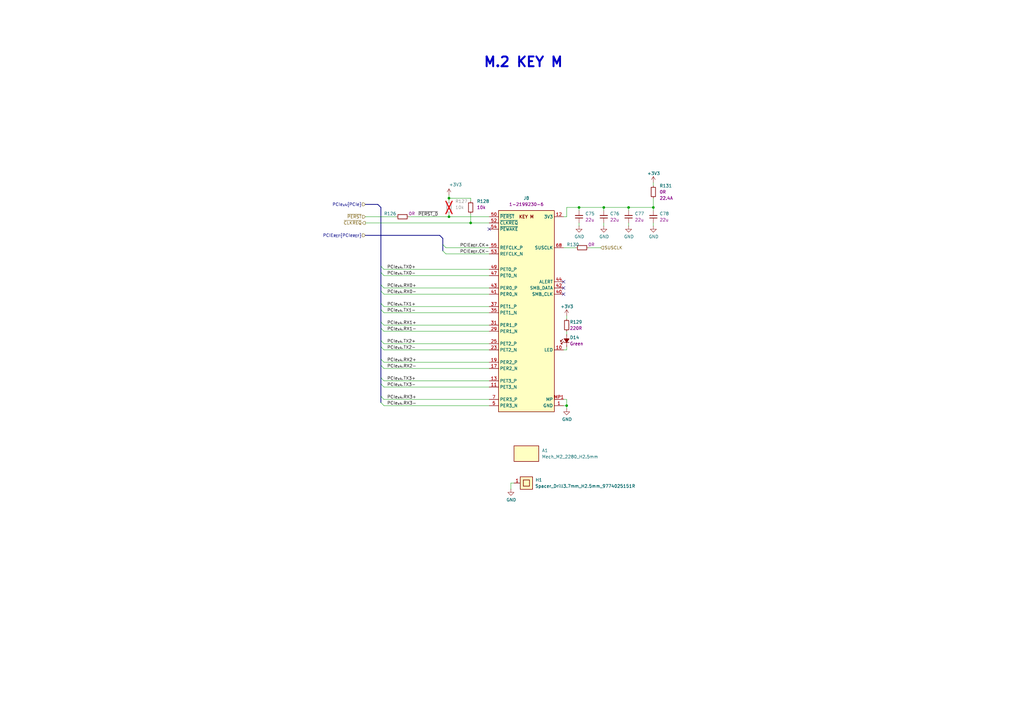
<source format=kicad_sch>
(kicad_sch (version 20230121) (generator eeschema)
  (paper "A3")
  (title_block (title "Com Express 7 baseboard") (date "2024-03-28") (rev "1.0.0") (company "Antmicro Ltd."))
  (lib_symbols
    (symbol "antmicroCapacitors0603:C_22u_16V_0603" (pin_numbers hide) (pin_names hide)
      (property "Reference" "C" (at 20.32 -5.08 0))
      (property "Val" "22u" (at 20.32 -7.62 0))
      (symbol "C_22u_16V_0603_0_1"
        (polyline (pts (xy 2.032 -1.524) (xy 2.032 1.524)) (stroke (width 0.3048)))
        (polyline (pts (xy 3.048 -1.524) (xy 3.048 1.524)) (stroke (width 0.3302)))
      )
      (symbol "C_22u_16V_0603_1_1"
        (pin passive line (at 0 0 0) (length 2.032) (name "~") (number "1"))
        (pin passive line (at 5.08 0 180) (length 2.032) (name "~") (number "2"))
      )
    )
    (symbol "antmicroLEDIndicationDiscrete:LED_G_0603_LTST-C190GKT" (pin_numbers hide) (pin_names hide)
      (property "Reference" "D" (at 22.86 -2.54 0))
      (property "Color" "Green" (at 22.86 -5.08 0))
      (symbol "LED_G_0603_LTST-C190GKT_0_1"
        (polyline (pts (xy 1.905 0) (xy 0.635 0)))
        (polyline (pts (xy 4.445 0) (xy 3.175 0)))
      )
      (symbol "LED_G_0603_LTST-C190GKT_1_1"
        (polyline (pts (xy 1.778 1.016) (xy 1.778 -1.016)) (stroke (width 0.254)))
        (polyline (pts (xy 3.302 1.016) (xy 3.302 -1.016) (xy 1.778 0) (xy 3.302 1.016)) (stroke (width 0.254)) (fill (type outline)))
        (polyline (pts (xy 1.143 2.286) (xy 1.143 1.778) (xy 1.143 2.286) (xy 1.651 2.286) (xy 1.143 2.286) (xy 2.159 1.27)) (stroke (width 0.254)))
        (polyline (pts (xy 2.159 2.54) (xy 2.159 2.032) (xy 2.159 2.54) (xy 2.667 2.54) (xy 2.159 2.54) (xy 3.048 1.651)) (stroke (width 0.254)))
        (pin passive line (at 0 0 0) (length 0.635) (name "C") (number "1"))
        (pin passive line (at 5.08 0 180) (length 0.635) (name "A") (number "2"))
      )
    )
    (symbol "antmicroMechanicalParts:Spacer_Drill3.7mm_H2.5mm_9774025151R"
      (property "Reference" "H" (at 22.86 -2.54 0))
      (property "Value" "Spacer_Drill3.7mm_H2.5mm_9774025151R" (at 22.86 -5.08 0))
      (symbol "Spacer_Drill3.7mm_H2.5mm_9774025151R_1_1"
        (rectangle (start 2.54 -2.54) (end 7.62 2.54) (stroke (width 0.254)) (fill (type background)))
        (rectangle (start 3.81 -1.27) (end 6.35 1.27) (stroke (width 0.254)) (fill (type background)))
        (pin passive line (at 0 0 0) (length 2.54) (name "~") (number "1"))
      )
    )
    (symbol "antmicroModules:Mech_M2_2280_H2.5mm" (in_bom no)
      (property "Reference" "A" (at 25.4 0 0))
      (property "Value" "Mech_M2_2280_H2.5mm" (at 25.4 -2.54 0))
      (symbol "Mech_M2_2280_H2.5mm_1_1"
        (rectangle (start 10.16 -6.35) (end 0 0) (stroke (width 0.254)) (fill (type background)))
      )
    )
    (symbol "antmicroPciConnectors:Bus_M.2_1-2199230-6"
      (property "Reference" "J" (at 45.72 -2.54 0))
      (property "MPN" "1-2199230-6" (at 45.72 -5.08 0))
      (symbol "Bus_M.2_1-2199230-6_0_0"
        (text "KEY M" (at 15.24 0 0) (effects (font (size 1.27 1.27) bold)))
      )
      (symbol "Bus_M.2_1-2199230-6_1_1"
        (rectangle (start 3.81 2.54) (end 26.67 -80.01) (stroke (width 0.254)) (fill (type background)))
        (pin power_in line (at 30.48 -77.47 180) (length 3.81) (name "GND") (number "1"))
        (pin passive line (at 30.48 -54.61 180) (length 3.81) (name "LED") (number "10"))
        (pin input line (at 0 -69.85 0) (length 3.81) (name "PET3_N") (number "11"))
        (pin passive line (at 30.48 0 180) (length 3.81) (name "3V3") (number "12"))
        (pin input line (at 0 -67.31 0) (length 3.81) (name "PET3_P") (number "13"))
        (pin passive line (at 30.48 0 180) (length 3.81) hide (name "3V3") (number "14"))
        (pin passive line (at 30.48 -77.47 180) (length 3.81) hide (name "GND") (number "15"))
        (pin passive line (at 30.48 0 180) (length 3.81) hide (name "3V3") (number "16"))
        (pin output line (at 0 -62.23 0) (length 3.81) (name "PER2_N") (number "17"))
        (pin passive line (at 30.48 0 180) (length 3.81) hide (name "3V3") (number "18"))
        (pin output line (at 0 -59.69 0) (length 3.81) (name "PER2_P") (number "19"))
        (pin passive line (at 30.48 0 180) (length 3.81) hide (name "3V3") (number "2"))
        (pin no_connect line (at 26.67 -44.45 180) (length 3.81) hide (name "NC") (number "20"))
        (pin passive line (at 30.48 -77.47 180) (length 3.81) hide (name "GND") (number "21"))
        (pin no_connect line (at 26.67 -45.72 180) (length 3.81) hide (name "NC") (number "22"))
        (pin input line (at 0 -54.61 0) (length 3.81) (name "PET2_N") (number "23"))
        (pin no_connect line (at 26.67 -46.99 180) (length 3.81) hide (name "NC") (number "24"))
        (pin input line (at 0 -52.07 0) (length 3.81) (name "PET2_P") (number "25"))
        (pin no_connect line (at 26.67 -59.69 180) (length 3.81) hide (name "NC") (number "26"))
        (pin passive line (at 30.48 -77.47 180) (length 3.81) hide (name "GND") (number "27"))
        (pin no_connect line (at 26.67 -60.96 180) (length 3.81) hide (name "NC") (number "28"))
        (pin output line (at 0 -46.99 0) (length 3.81) (name "PER1_N") (number "29"))
        (pin passive line (at 30.48 -77.47 180) (length 3.81) hide (name "GND") (number "3"))
        (pin no_connect line (at 26.67 -62.23 180) (length 3.81) hide (name "NC") (number "30"))
        (pin output line (at 0 -44.45 0) (length 3.81) (name "PER1_P") (number "31"))
        (pin no_connect line (at 26.67 -63.5 180) (length 3.81) hide (name "NC") (number "32"))
        (pin passive line (at 30.48 -77.47 180) (length 3.81) hide (name "GND") (number "33"))
        (pin no_connect line (at 26.67 -66.04 180) (length 3.81) hide (name "NC") (number "34"))
        (pin input line (at 0 -39.37 0) (length 3.81) (name "PET1_N") (number "35"))
        (pin no_connect line (at 26.67 -67.31 180) (length 3.81) hide (name "NC") (number "36"))
        (pin input line (at 0 -36.83 0) (length 3.81) (name "PET1_P") (number "37"))
        (pin no_connect line (at 26.67 -69.85 180) (length 3.81) hide (name "NC") (number "38"))
        (pin passive line (at 30.48 -77.47 180) (length 3.81) hide (name "GND") (number "39"))
        (pin passive line (at 30.48 0 180) (length 3.81) hide (name "3V3") (number "4"))
        (pin input line (at 30.48 -31.75 180) (length 3.81) (name "SMB_CLK") (number "40"))
        (pin output line (at 0 -31.75 0) (length 3.81) (name "PER0_N") (number "41"))
        (pin bidirectional line (at 30.48 -29.21 180) (length 3.81) (name "SMB_DATA") (number "42"))
        (pin output line (at 0 -29.21 0) (length 3.81) (name "PER0_P") (number "43"))
        (pin output line (at 30.48 -26.67 180) (length 3.81) (name "ALERT") (number "44"))
        (pin passive line (at 30.48 -77.47 180) (length 3.81) hide (name "GND") (number "45"))
        (pin no_connect line (at 26.67 -68.58 180) (length 3.81) hide (name "NC") (number "46"))
        (pin input line (at 0 -24.13 0) (length 3.81) (name "PET0_N") (number "47"))
        (pin no_connect line (at 26.67 -41.91 180) (length 3.81) hide (name "NC") (number "48"))
        (pin input line (at 0 -21.59 0) (length 3.81) (name "PET0_P") (number "49"))
        (pin output line (at 0 -77.47 0) (length 3.81) (name "PER3_N") (number "5"))
        (pin input line (at 0 0 0) (length 3.81) (name "~{PERST}") (number "50"))
        (pin passive line (at 30.48 -77.47 180) (length 3.81) hide (name "GND") (number "51"))
        (pin output line (at 0 -2.54 0) (length 3.81) (name "~{CLKREQ}") (number "52"))
        (pin input line (at 0 -15.24 0) (length 3.81) (name "REFCLK_N") (number "53"))
        (pin input line (at 0 -5.08 0) (length 3.81) (name "~{PEWAKE}") (number "54"))
        (pin input line (at 0 -12.7 0) (length 3.81) (name "REFCLK_P") (number "55"))
        (pin no_connect line (at 26.67 -43.18 180) (length 3.81) hide (name "NC") (number "56"))
        (pin passive line (at 30.48 -77.47 180) (length 3.81) hide (name "GND") (number "57"))
        (pin no_connect line (at 26.67 -71.12 180) (length 3.81) hide (name "NC") (number "58"))
        (pin no_connect line (at 26.67 -39.37 180) (length 3.81) hide (name "NC") (number "6"))
        (pin no_connect line (at 26.67 -40.64 180) (length 3.81) hide (name "NC") (number "67"))
        (pin input line (at 30.48 -12.7 180) (length 3.81) (name "SUSCLK") (number "68"))
        (pin no_connect line (at 26.67 -38.1 180) (length 3.81) hide (name "NC") (number "69"))
        (pin output line (at 0 -74.93 0) (length 3.81) (name "PER3_P") (number "7"))
        (pin passive line (at 30.48 0 180) (length 3.81) hide (name "3V3") (number "70"))
        (pin passive line (at 30.48 -77.47 180) (length 3.81) hide (name "GND") (number "71"))
        (pin passive line (at 30.48 0 180) (length 3.81) hide (name "3V3") (number "72"))
        (pin passive line (at 30.48 -77.47 180) (length 3.81) hide (name "GND") (number "73"))
        (pin passive line (at 30.48 0 180) (length 3.81) hide (name "3V3") (number "74"))
        (pin passive line (at 30.48 -77.47 180) (length 3.81) hide (name "GND") (number "75"))
        (pin no_connect line (at 26.67 -64.77 180) (length 3.81) hide (name "NC") (number "8"))
        (pin passive line (at 30.48 -77.47 180) (length 3.81) hide (name "GND") (number "9"))
        (pin passive line (at 30.48 -74.93 180) (length 3.81) (name "MP") (number "MP1"))
        (pin passive line (at 30.48 -74.93 180) (length 3.81) hide (name "MP") (number "MP2"))
      )
    )
    (symbol "antmicroResistors0402:R_0R_0402" (pin_numbers hide) (pin_names hide)
      (property "Reference" "R" (at 20.32 -5.08 0))
      (property "Val" "0R" (at 20.32 -7.62 0))
      (symbol "R_0R_0402_0_1"
        (rectangle (start 0.635 0.889) (end 4.445 -0.889) (stroke (width 0.254)))
      )
      (symbol "R_0R_0402_1_1"
        (pin passive line (at 0 0 0) (length 0.635) (name "~") (number "1"))
        (pin passive line (at 5.08 0 180) (length 0.635) (name "~") (number "2"))
      )
    )
    (symbol "antmicroResistors0402:R_10k_0402" (pin_numbers hide) (pin_names hide)
      (property "Reference" "R" (at 20.32 -5.08 0))
      (property "Val" "10k" (at 20.32 -7.62 0))
      (symbol "R_10k_0402_0_1"
        (rectangle (start 0.635 0.889) (end 4.445 -0.889) (stroke (width 0.254)))
      )
      (symbol "R_10k_0402_1_1"
        (pin passive line (at 0 0 0) (length 0.635) (name "~") (number "1"))
        (pin passive line (at 5.08 0 180) (length 0.635) (name "~") (number "2"))
      )
    )
    (symbol "antmicroResistors0402:R_220R_0402" (pin_numbers hide) (pin_names hide)
      (property "Reference" "R" (at 20.32 -5.08 0))
      (property "Val" "220R" (at 20.32 -7.62 0))
      (symbol "R_220R_0402_0_1"
        (rectangle (start 0.635 0.889) (end 4.445 -0.889) (stroke (width 0.254)))
      )
      (symbol "R_220R_0402_1_1"
        (pin passive line (at 0 0 0) (length 0.635) (name "~") (number "1"))
        (pin passive line (at 5.08 0 180) (length 0.635) (name "~") (number "2"))
      )
    )
    (symbol "antmicroResistors0603:R_0R_22.4A_0603" (pin_numbers hide) (pin_names hide)
      (property "Reference" "R" (at 15.24 -2.54 0))
      (property "Value" "R_0R_22.4A_0603" (at 15.24 -5.08 0))
      (property "Val" "0R" (at 15.24 -7.62 0))
      (property "Max. Curr." "22.4A" (at 15.24 -20.32 0))
      (symbol "R_0R_22.4A_0603_0_1"
        (rectangle (start 0.635 0.889) (end 4.445 -0.889) (stroke (width 0.254)))
      )
      (symbol "R_0R_22.4A_0603_1_1"
        (pin passive line (at 0 0 0) (length 0.635) (name "~") (number "1"))
        (pin passive line (at 5.08 0 180) (length 0.635) (name "~") (number "2"))
      )
    )
    (symbol "antmicropower:+3V3" (power) (pin_numbers hide) (pin_names hide)
      (property "Value" "+3V3" (at -3.175 2.54 0))
      (symbol "+3V3_0_1"
        (polyline (pts (xy 0 0) (xy 0 2.54)))
        (polyline (pts (xy 0 2.54) (xy -0.762 1.27)))
        (polyline (pts (xy 0 2.54) (xy 0.762 1.27)))
      )
      (symbol "+3V3_1_1"
        (pin power_in line (at 0 0 90) (length 0) hide (name "+3V3") (number "1"))
      )
    )
    (symbol "antmicropower:GND" (power) (pin_numbers hide) (pin_names hide)
      (property "Value" "GND" (at 8.89 -5.08 0))
      (symbol "GND_1_1"
        (polyline (pts (xy 0 0) (xy 0 -1.27) (xy 1.27 -1.27) (xy 0 -2.54) (xy -1.27 -1.27) (xy 0 -1.27)))
        (pin power_in line (at 0 0 270) (length 0) (name "GND") (number "1"))
      )
    )
  )
  (junction (at 193.04 91.44))
  (junction (at 184.15 81.28))
  (junction (at 232.41 166.37))
  (junction (at 267.97 85.09))
  (junction (at 257.81 85.09))
  (junction (at 247.65 85.09))
  (junction (at 184.15 88.9))
  (junction (at 237.49 85.09))
  (no_connect (at 231.14 115.57))
  (no_connect (at 231.14 120.65))
  (no_connect (at 231.14 118.11))
  (no_connect (at 200.66 93.98))
  (bus_entry (at 156.21 162.56) (size 1.27 1.27))
  (bus_entry (at 156.21 132.08) (size 1.27 1.27))
  (bus_entry (at 156.21 109.22) (size 1.27 1.27))
  (bus_entry (at 156.21 157.48) (size 1.27 1.27))
  (bus_entry (at 156.21 111.76) (size 1.27 1.27))
  (bus_entry (at 156.21 139.7) (size 1.27 1.27))
  (bus_entry (at 156.21 124.46) (size 1.27 1.27))
  (bus_entry (at 156.21 149.86) (size 1.27 1.27))
  (bus_entry (at 182.88 101.6) (size -1.27 -1.27))
  (bus_entry (at 156.21 119.38) (size 1.27 1.27))
  (bus_entry (at 156.21 165.1) (size 1.27 1.27))
  (bus_entry (at 156.21 154.94) (size 1.27 1.27))
  (bus_entry (at 156.21 127) (size 1.27 1.27))
  (bus_entry (at 156.21 142.24) (size 1.27 1.27))
  (bus_entry (at 156.21 116.84) (size 1.27 1.27))
  (bus_entry (at 156.21 147.32) (size 1.27 1.27))
  (bus_entry (at 182.88 104.14) (size -1.27 -1.27))
  (bus_entry (at 156.21 134.62) (size 1.27 1.27))
  (wire (pts (xy 241.3 101.6) (xy 246.38 101.6)))
  (wire (pts (xy 200.66 135.89) (xy 157.48 135.89)))
  (bus (pts (xy 156.21 85.09) (xy 154.94 83.82)))
  (wire (pts (xy 200.66 151.13) (xy 157.48 151.13)))
  (wire (pts (xy 247.65 92.71) (xy 247.65 91.44)))
  (wire (pts (xy 193.04 91.44) (xy 200.66 91.44)))
  (bus (pts (xy 181.61 100.33) (xy 181.61 97.79)))
  (wire (pts (xy 200.66 118.11) (xy 157.48 118.11)))
  (wire (pts (xy 232.41 88.9) (xy 232.41 85.09)))
  (bus (pts (xy 156.21 132.08) (xy 156.21 134.62)))
  (wire (pts (xy 157.48 140.97) (xy 200.66 140.97)))
  (wire (pts (xy 200.66 104.14) (xy 182.88 104.14)))
  (bus (pts (xy 180.34 96.52) (xy 149.86 96.52)))
  (wire (pts (xy 247.65 85.09) (xy 237.49 85.09)))
  (wire (pts (xy 200.66 101.6) (xy 182.88 101.6)))
  (wire (pts (xy 200.66 120.65) (xy 157.48 120.65)))
  (bus (pts (xy 156.21 119.38) (xy 156.21 124.46)))
  (wire (pts (xy 209.55 198.12) (xy 209.55 200.66)))
  (wire (pts (xy 157.48 125.73) (xy 200.66 125.73)))
  (wire (pts (xy 157.48 113.03) (xy 200.66 113.03)))
  (wire (pts (xy 267.97 85.09) (xy 267.97 86.36)))
  (wire (pts (xy 267.97 81.28) (xy 267.97 85.09)))
  (wire (pts (xy 267.97 92.71) (xy 267.97 91.44)))
  (wire (pts (xy 157.48 128.27) (xy 200.66 128.27)))
  (wire (pts (xy 232.41 166.37) (xy 232.41 163.83)))
  (bus (pts (xy 156.21 124.46) (xy 156.21 127)))
  (wire (pts (xy 193.04 81.28) (xy 184.15 81.28)))
  (bus (pts (xy 156.21 147.32) (xy 156.21 149.86)))
  (bus (pts (xy 156.21 139.7) (xy 156.21 142.24)))
  (wire (pts (xy 157.48 143.51) (xy 200.66 143.51)))
  (wire (pts (xy 184.15 81.28) (xy 184.15 82.55)))
  (wire (pts (xy 200.66 148.59) (xy 157.48 148.59)))
  (wire (pts (xy 231.14 166.37) (xy 232.41 166.37)))
  (wire (pts (xy 257.81 85.09) (xy 247.65 85.09)))
  (wire (pts (xy 237.49 85.09) (xy 237.49 86.36)))
  (wire (pts (xy 257.81 85.09) (xy 257.81 86.36)))
  (bus (pts (xy 156.21 157.48) (xy 156.21 162.56)))
  (wire (pts (xy 232.41 167.64) (xy 232.41 166.37)))
  (wire (pts (xy 184.15 80.01) (xy 184.15 81.28)))
  (wire (pts (xy 209.55 198.12) (xy 210.82 198.12)))
  (wire (pts (xy 267.97 85.09) (xy 257.81 85.09)))
  (wire (pts (xy 157.48 110.49) (xy 200.66 110.49)))
  (bus (pts (xy 156.21 109.22) (xy 156.21 111.76)))
  (bus (pts (xy 156.21 154.94) (xy 156.21 157.48)))
  (wire (pts (xy 237.49 92.71) (xy 237.49 91.44)))
  (wire (pts (xy 149.86 91.44) (xy 193.04 91.44)))
  (bus (pts (xy 156.21 134.62) (xy 156.21 139.7)))
  (wire (pts (xy 247.65 85.09) (xy 247.65 86.36)))
  (bus (pts (xy 149.86 83.82) (xy 154.94 83.82)))
  (wire (pts (xy 231.14 88.9) (xy 232.41 88.9)))
  (wire (pts (xy 257.81 92.71) (xy 257.81 91.44)))
  (wire (pts (xy 267.97 74.93) (xy 267.97 76.2)))
  (wire (pts (xy 184.15 88.9) (xy 200.66 88.9)))
  (wire (pts (xy 200.66 133.35) (xy 157.48 133.35)))
  (wire (pts (xy 232.41 129.54) (xy 232.41 130.81)))
  (wire (pts (xy 149.86 88.9) (xy 162.56 88.9)))
  (wire (pts (xy 157.48 156.21) (xy 200.66 156.21)))
  (wire (pts (xy 157.48 158.75) (xy 200.66 158.75)))
  (bus (pts (xy 156.21 149.86) (xy 156.21 154.94)))
  (bus (pts (xy 156.21 127) (xy 156.21 132.08)))
  (wire (pts (xy 184.15 87.63) (xy 184.15 88.9)))
  (wire (pts (xy 193.04 87.63) (xy 193.04 91.44)))
  (wire (pts (xy 232.41 85.09) (xy 237.49 85.09)))
  (wire (pts (xy 193.04 81.28) (xy 193.04 82.55)))
  (bus (pts (xy 156.21 85.09) (xy 156.21 109.22)))
  (wire (pts (xy 200.66 166.37) (xy 157.48 166.37)))
  (bus (pts (xy 156.21 111.76) (xy 156.21 116.84)))
  (wire (pts (xy 231.14 143.51) (xy 232.41 143.51)))
  (wire (pts (xy 232.41 135.89) (xy 232.41 137.16)))
  (wire (pts (xy 231.14 101.6) (xy 236.22 101.6)))
  (bus (pts (xy 156.21 162.56) (xy 156.21 165.1)))
  (wire (pts (xy 232.41 142.24) (xy 232.41 143.51)))
  (wire (pts (xy 232.41 163.83) (xy 231.14 163.83)))
  (bus (pts (xy 181.61 97.79) (xy 180.34 96.52)))
  (bus (pts (xy 181.61 102.87) (xy 181.61 100.33)))
  (wire (pts (xy 200.66 163.83) (xy 157.48 163.83)))
  (wire (pts (xy 167.64 88.9) (xy 184.15 88.9)))
  (bus (pts (xy 156.21 116.84) (xy 156.21 119.38)))
  (bus (pts (xy 156.21 142.24) (xy 156.21 147.32)))
  (text "M.2 KEY M" (at 198.12 27.94 0) (effects (font (size 4 4) (thickness 0.8) bold) (justify left bottom)))
  (label "PCIe_{x4}.TX2-" (at 158.75 143.51 0))
  (label "PCIe_{x4}.TX1-" (at 158.75 128.27 0))
  (label "PCIe_{x4}.TX1+" (at 158.75 125.73 0))
  (label "PCIe_{x4}.RX2+" (at 158.75 148.59 0))
  (label "PCIe_{x4}.TX2+" (at 158.75 140.97 0))
  (label "PCIe_{x4}.RX1-" (at 158.75 135.89 0))
  (label "PCIe_{x4}.RX0+" (at 158.75 118.11 0))
  (label "PCIe_{x4}.RX0-" (at 158.75 120.65 0))
  (label "PCIE_{REF}.CK+" (at 200.66 101.6 180))
  (label "PCIe_{x4}.TX0-" (at 158.75 113.03 0))
  (label "PCIe_{x4}.RX3-" (at 158.75 166.37 0))
  (label "PCIe_{x4}.TX3+" (at 158.75 156.21 0))
  (label "PCIe_{x4}.RX2-" (at 158.75 151.13 0))
  (label "PCIe_{x4}.TX0+" (at 158.75 110.49 0))
  (label "~{PERST_D}" (at 171.45 88.9 0))
  (label "PCIe_{x4}.TX3-" (at 158.75 158.75 0))
  (label "PCIE_{REF}.CK-" (at 200.66 104.14 180))
  (label "PCIe_{x4}.RX1+" (at 158.75 133.35 0))
  (label "PCIe_{x4}.RX3+" (at 158.75 163.83 0))
  (hierarchical_label "~{PERST}" (shape input) (at 149.86 88.9 180))
  (hierarchical_label "SUSCLK" (shape input) (at 246.38 101.6 0))
  (hierarchical_label "PCIE_{REF}{PCIe_{REF}}" (shape input) (at 149.86 96.52 180))
  (hierarchical_label "PCIe_{x4}{PCIe}" (shape input) (at 149.86 83.82 180))
  (hierarchical_label "~{CLKREQ}" (shape output) (at 149.86 91.44 180))
  (symbol (lib_id "antmicroResistors0402:R_0R_0402") (at 162.56 88.9 0) (unit 1)
    (property "Reference" "R126" (at 160.02 87.63 0))
    (property "Value" "R_0R_0402" (effects hide))
    (property "Footprint" "antmicro-footprints:R_0402_1005Metric" (effects hide))
    (property "Datasheet" "https://industrial.panasonic.com/cdbs/www-data/pdf/RDA0000/AOA0000C301.pdf" (effects hide))
    (property "MPN" "ERJ2GE0R00X" (effects hide))
    (property "Manufacturer" "Panasonic" (effects hide))
    (property "License" "Apache-2.0" (effects hide))
    (property "Author" "Antmicro" (effects hide))
    (property "Val" "0R" (at 168.91 87.63 0))
    (property "Current" "1A" (effects hide))
    (property "Public" "False" (effects hide))
  )
  (symbol (lib_id "antmicropower:+3V3") (at 232.41 129.54 0) (unit 1)
    (property "Reference" "#PWR0167" (effects hide))
    (property "Value" "+3V3" (at 229.87 125.73 0) (effects (justify left)))
    (property "Author" "Antmicro" (effects hide))
    (property "License" "Apache-2.0" (effects hide))
  )
  (symbol (lib_id "antmicroCapacitors0603:C_22u_16V_0603") (at 267.97 91.44 90) (unit 1)
    (property "Reference" "C78" (at 270.51 87.6235 90) (effects (justify right)))
    (property "Value" "C_22u_16V_0603" (effects hide))
    (property "Footprint" "antmicro-footprints:C_0603_1608Metric" (effects hide))
    (property "Datasheet" "https://product.samsungsem.com/mlcc/CL10A226MO7JZN.do" (effects hide))
    (property "MPN" "CL10A226MO7JZNC" (effects hide))
    (property "Manufacturer" "Samsung Electro-Mechanics" (effects hide))
    (property "License" "Apache-2.0" (effects hide))
    (property "Author" "Antmicro" (effects hide))
    (property "Val" "22u" (at 270.51 90.1635 90) (effects (justify right)))
    (property "Voltage" "16V" (effects hide))
    (property "Public" "False" (effects hide))
  )
  (symbol (lib_id "antmicropower:GND") (at 209.55 200.66 0) (unit 1)
    (property "Reference" "#PWR0157" (effects hide))
    (property "Value" "GND" (at 207.645 205.74 0) (effects (justify left bottom)))
    (property "Author" "Antmicro" (effects hide))
    (property "License" "Apache-2.0" (effects hide))
  )
  (symbol (lib_id "antmicroCapacitors0603:C_22u_16V_0603") (at 257.81 91.44 90) (unit 1)
    (property "Reference" "C77" (at 260.35 87.6235 90) (effects (justify right)))
    (property "Value" "C_22u_16V_0603" (effects hide))
    (property "Footprint" "antmicro-footprints:C_0603_1608Metric" (effects hide))
    (property "Datasheet" "https://product.samsungsem.com/mlcc/CL10A226MO7JZN.do" (effects hide))
    (property "MPN" "CL10A226MO7JZNC" (effects hide))
    (property "Manufacturer" "Samsung Electro-Mechanics" (effects hide))
    (property "License" "Apache-2.0" (effects hide))
    (property "Author" "Antmicro" (effects hide))
    (property "Val" "22u" (at 260.35 90.1635 90) (effects (justify right)))
    (property "Voltage" "16V" (effects hide))
    (property "Public" "False" (effects hide))
  )
  (symbol (lib_id "antmicroResistors0402:R_10k_0402") (at 193.04 87.63 90) (unit 1)
    (property "Reference" "R128" (at 195.58 82.55 90) (effects (justify right)))
    (property "Value" "R_10k_0402" (effects hide))
    (property "Footprint" "antmicro-footprints:R_0402_1005Metric" (effects hide))
    (property "Datasheet" "https://www.bourns.com/docs/product-datasheets/cr.pdf" (effects hide))
    (property "MPN" "CR0402-FX-1002GLF" (effects hide))
    (property "Manufacturer" "Bourns" (effects hide))
    (property "License" "Apache-2.0" (effects hide))
    (property "Author" "Antmicro" (effects hide))
    (property "Val" "10k" (at 195.58 85.09 90) (effects (justify right)))
    (property "Tolerance" "1%" (effects hide))
    (property "Public" "False" (effects hide))
  )
  (symbol (lib_id "antmicropower:+3V3") (at 267.97 74.93 0) (unit 1)
    (property "Reference" "#PWR0172" (effects hide))
    (property "Value" "+3V3" (at 265.43 71.12 0) (effects (justify left)))
    (property "Author" "Antmicro" (effects hide))
    (property "License" "Apache-2.0" (effects hide))
  )
  (symbol (lib_id "antmicropower:GND") (at 267.97 92.71 0) (unit 1)
    (property "Reference" "#PWR0173" (effects hide))
    (property "Value" "GND" (at 266.065 97.79 0) (effects (justify left bottom)))
    (property "Author" "Antmicro" (effects hide))
    (property "License" "Apache-2.0" (effects hide))
  )
  (symbol (lib_id "antmicroMechanicalParts:Spacer_Drill3.7mm_H2.5mm_9774025151R") (at 210.82 198.12 0) (mirror x) (unit 1)
    (property "Reference" "H1" (at 220.98 196.85 0))
    (property "Value" "Spacer_Drill3.7mm_H2.5mm_9774025151R" (at 240.03 199.39 0))
    (property "Footprint" "antmicro-footprints:Spacer_Drill3.7mm_H2.5mm_9774025151R" (effects hide))
    (property "Datasheet" "https://www.we-online.com/components/products/datasheet/9774025151R.pdf" (effects hide))
    (property "Manufacturer" "Würth Elektronik" (effects hide))
    (property "MPN" "9774025151R" (effects hide))
    (property "Author" "Antmicro" (effects hide))
    (property "License" "Apache-2.0" (effects hide))
    (property "Public" "False" (effects hide))
  )
  (symbol (lib_id "antmicroResistors0402:R_0R_0402") (at 236.22 101.6 0) (unit 1)
    (property "Reference" "R130" (at 234.95 100.33 0))
    (property "Value" "R_0R_0402" (effects hide))
    (property "Footprint" "antmicro-footprints:R_0402_1005Metric" (effects hide))
    (property "Datasheet" "https://industrial.panasonic.com/cdbs/www-data/pdf/RDA0000/AOA0000C301.pdf" (effects hide))
    (property "MPN" "ERJ2GE0R00X" (effects hide))
    (property "Manufacturer" "Panasonic" (effects hide))
    (property "License" "Apache-2.0" (effects hide))
    (property "Author" "Antmicro" (effects hide))
    (property "Val" "0R" (at 242.57 100.33 0))
    (property "Current" "1A" (effects hide))
    (property "Public" "False" (effects hide))
  )
  (symbol (lib_id "antmicroResistors0402:R_220R_0402") (at 232.41 135.89 90) (unit 1)
    (property "Reference" "R129" (at 233.68 132.08 90) (effects (justify right)))
    (property "Value" "R_220R_0402" (effects hide))
    (property "Footprint" "antmicro-footprints:R_0402_1005Metric" (effects hide))
    (property "Datasheet" "https://www.bourns.com/docs/product-datasheets/cr.pdf" (effects hide))
    (property "MPN" "CR0402-FX-2200GLF" (effects hide))
    (property "Manufacturer" "Bourns" (effects hide))
    (property "License" "Apache-2.0" (effects hide))
    (property "Author" "Antmicro" (effects hide))
    (property "Val" "220R" (at 233.68 134.62 90) (effects (justify right)))
    (property "Tolerance" "1%" (effects hide))
    (property "Public" "False" (effects hide))
  )
  (symbol (lib_id "antmicroResistors0402:R_10k_0402") (at 184.15 87.63 90) (unit 1) (dnp yes)
    (property "Reference" "R127" (at 186.69 82.55 90) (effects (justify right)))
    (property "Value" "R_10k_0402" (effects hide))
    (property "Footprint" "antmicro-footprints:R_0402_1005Metric" (effects hide))
    (property "Datasheet" "https://www.bourns.com/docs/product-datasheets/cr.pdf" (effects hide))
    (property "MPN" "CR0402-FX-1002GLF" (effects hide))
    (property "Manufacturer" "Bourns" (effects hide))
    (property "License" "Apache-2.0" (effects hide))
    (property "Author" "Antmicro" (effects hide))
    (property "Val" "10k" (at 186.69 85.09 90) (effects (justify right)))
    (property "Tolerance" "1%" (effects hide))
    (property "Public" "False" (effects hide))
  )
  (symbol (lib_id "antmicropower:GND") (at 237.49 92.71 0) (unit 1)
    (property "Reference" "#PWR0169" (effects hide))
    (property "Value" "GND" (at 235.585 97.79 0) (effects (justify left bottom)))
    (property "Author" "Antmicro" (effects hide))
    (property "License" "Apache-2.0" (effects hide))
  )
  (symbol (lib_id "antmicropower:+3V3") (at 184.15 80.01 0) (unit 1)
    (property "Reference" "#PWR0165" (effects hide))
    (property "Value" "+3V3" (at 184.15 76.454 0) (effects (justify left bottom)))
    (property "Author" "Antmicro" (effects hide))
    (property "License" "Apache-2.0" (effects hide))
  )
  (symbol (lib_id "antmicroCapacitors0603:C_22u_16V_0603") (at 247.65 91.44 90) (unit 1)
    (property "Reference" "C76" (at 250.19 87.6235 90) (effects (justify right)))
    (property "Value" "C_22u_16V_0603" (effects hide))
    (property "Footprint" "antmicro-footprints:C_0603_1608Metric" (effects hide))
    (property "Datasheet" "https://product.samsungsem.com/mlcc/CL10A226MO7JZN.do" (effects hide))
    (property "MPN" "CL10A226MO7JZNC" (effects hide))
    (property "Manufacturer" "Samsung Electro-Mechanics" (effects hide))
    (property "License" "Apache-2.0" (effects hide))
    (property "Author" "Antmicro" (effects hide))
    (property "Val" "22u" (at 250.19 90.1635 90) (effects (justify right)))
    (property "Voltage" "16V" (effects hide))
    (property "Public" "False" (effects hide))
  )
  (symbol (lib_id "antmicroLEDIndicationDiscrete:LED_G_0603_LTST-C190GKT") (at 232.41 142.24 90) (unit 1)
    (property "Reference" "D14" (at 233.68 138.43 90) (effects (justify right)))
    (property "Value" "LED_G_0603_LTST-C190GKT" (effects hide))
    (property "Footprint" "antmicro-footprints:LED_0603_1608Metric_G" (effects hide))
    (property "Datasheet" "https://media.digikey.com/pdf/Data%20Sheets/Lite-On%20PDFs/LTST-C190GKT.pdf" (effects hide))
    (property "MPN" "LTST-C190GKT" (effects hide))
    (property "Manufacturer" "Lite-On" (effects hide))
    (property "Author" "Antmicro" (effects hide))
    (property "License" "Apache-2.0" (effects hide))
    (property "Public" "False" (effects hide))
    (property "Color" "Green" (at 233.68 140.97 90) (effects (justify right)))
  )
  (symbol (lib_id "antmicroCapacitors0603:C_22u_16V_0603") (at 237.49 91.44 90) (unit 1)
    (property "Reference" "C75" (at 240.03 87.6235 90) (effects (justify right)))
    (property "Value" "C_22u_16V_0603" (effects hide))
    (property "Footprint" "antmicro-footprints:C_0603_1608Metric" (effects hide))
    (property "Datasheet" "https://product.samsungsem.com/mlcc/CL10A226MO7JZN.do" (effects hide))
    (property "MPN" "CL10A226MO7JZNC" (effects hide))
    (property "Manufacturer" "Samsung Electro-Mechanics" (effects hide))
    (property "License" "Apache-2.0" (effects hide))
    (property "Author" "Antmicro" (effects hide))
    (property "Val" "22u" (at 240.03 90.1635 90) (effects (justify right)))
    (property "Voltage" "16V" (effects hide))
    (property "Public" "False" (effects hide))
  )
  (symbol (lib_id "antmicropower:GND") (at 247.65 92.71 0) (unit 1)
    (property "Reference" "#PWR0170" (effects hide))
    (property "Value" "GND" (at 245.745 97.79 0) (effects (justify left bottom)))
    (property "Author" "Antmicro" (effects hide))
    (property "License" "Apache-2.0" (effects hide))
  )
  (symbol (lib_id "antmicropower:GND") (at 257.81 92.71 0) (unit 1)
    (property "Reference" "#PWR0171" (effects hide))
    (property "Value" "GND" (at 255.905 97.79 0) (effects (justify left bottom)))
    (property "Author" "Antmicro" (effects hide))
    (property "License" "Apache-2.0" (effects hide))
  )
  (symbol (lib_id "antmicroResistors0603:R_0R_22.4A_0603") (at 267.97 81.28 90) (unit 1)
    (property "Reference" "R131" (at 270.51 76.2 90) (effects (justify right)))
    (property "Value" "R_0R_22.4A_0603" (effects hide))
    (property "Footprint" "antmicro-footprints:R_0603_1608Metric" (effects hide))
    (property "Datasheet" "https://fscdn.rohm.com/en/products/databook/datasheet/passive/resistor/chip_resistor/pmr-jpw-e.pdf" (effects hide))
    (property "Manufacturer" "ROHM Semiconductor" (effects hide))
    (property "MPN" "PMR03EZPJ000" (effects hide))
    (property "Val" "0R" (at 270.51 78.74 90) (effects (justify right)))
    (property "Author" "Antmicro" (effects hide))
    (property "License" "Apache-2.0" (effects hide))
    (property "Max. Curr." "22.4A" (at 270.51 81.28 90) (effects (justify right)))
    (property "Tolerance" "template_tolerance" (effects hide))
    (property "Public" "False" (effects hide))
  )
  (symbol (lib_id "antmicroPciConnectors:Bus_M.2_1-2199230-6") (at 200.66 88.9 0) (unit 1)
    (property "Reference" "J8" (at 215.9 81.28 0))
    (property "Value" "Bus_M.2_1-2199230-6" (effects hide))
    (property "Footprint" "antmicro-footprints:Bus_M.2_Socket_Key_M_TE_1-2199230-6" (effects hide))
    (property "Datasheet" "https://www.te.com/commerce/DocumentDelivery/DDEController?Action=srchrtrv&DocNm=2199230&DocType=Customer+Drawing&DocLang=English" (effects hide))
    (property "Manufacturer" "TE Connectivity" (effects hide))
    (property "MPN" "1-2199230-6" (at 215.9 83.82 0))
    (property "Author" "Antmicro" (effects hide))
    (property "License" "Apache-2.0" (effects hide))
  )
  (symbol (lib_id "antmicroModules:Mech_M2_2280_H2.5mm") (at 210.82 182.88 0) (unit 1) (in_bom no)
    (property "Reference" "A1" (at 222.25 184.7849 0) (effects (justify left)))
    (property "Value" "Mech_M2_2280_H2.5mm" (at 222.25 187.3249 0) (effects (justify left)))
    (property "Footprint" "antmicro-footprints:Mech_M2_2280_H2.5mm" (effects hide))
    (property "Author" "Antmicro" (effects hide))
    (property "License" "Apache-2.0" (effects hide))
    (property "Public" "False" (effects hide))
  )
  (symbol (lib_id "antmicropower:GND") (at 232.41 167.64 0) (unit 1)
    (property "Reference" "#PWR0168" (effects hide))
    (property "Value" "GND" (at 230.505 172.72 0) (effects (justify left bottom)))
    (property "Author" "Antmicro" (effects hide))
    (property "License" "Apache-2.0" (effects hide))
  )
)
</source>
